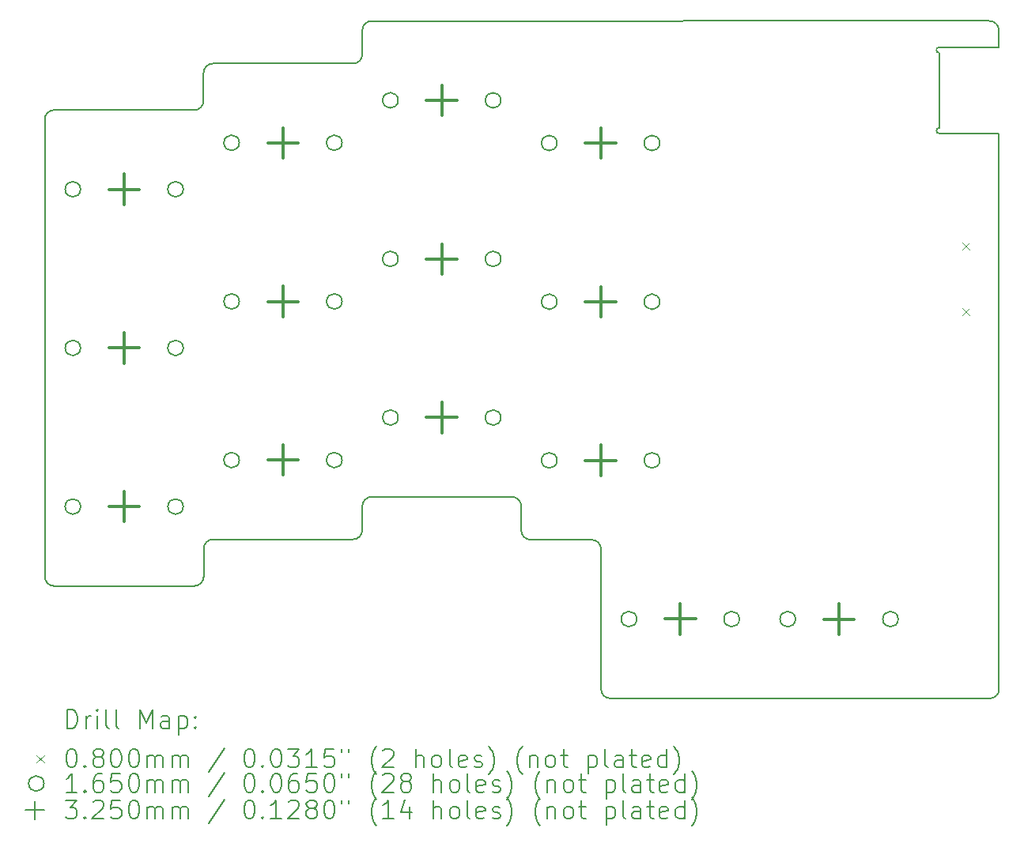
<source format=gbr>
%TF.GenerationSoftware,KiCad,Pcbnew,7.0.2*%
%TF.CreationDate,2024-03-04T12:18:35-06:00*%
%TF.ProjectId,01_capsule5_left,30315f63-6170-4737-956c-65355f6c6566,v1.0.0*%
%TF.SameCoordinates,Original*%
%TF.FileFunction,Drillmap*%
%TF.FilePolarity,Positive*%
%FSLAX45Y45*%
G04 Gerber Fmt 4.5, Leading zero omitted, Abs format (unit mm)*
G04 Created by KiCad (PCBNEW 7.0.2) date 2024-03-04 12:18:35*
%MOMM*%
%LPD*%
G01*
G04 APERTURE LIST*
%ADD10C,0.150000*%
%ADD11C,0.200000*%
%ADD12C,0.080000*%
%ADD13C,0.165000*%
%ADD14C,0.325000*%
G04 APERTURE END LIST*
D10*
X19738237Y-4470846D02*
G75*
G03*
X19637846Y-4571258I33J-100425D01*
G01*
X18040020Y-10025638D02*
G75*
G03*
X17939628Y-10126054I31J-100422D01*
G01*
X17839270Y-10524102D02*
G75*
G03*
X17939662Y-10423686I-30J100422D01*
G01*
X16238190Y-10423884D02*
X16237584Y-5525271D01*
X22193992Y-10129520D02*
G75*
G03*
X22093584Y-10029128I-100412J-20D01*
G01*
X21339989Y-9670123D02*
G75*
G03*
X21239573Y-9569731I-100419J-27D01*
G01*
X22194120Y-11629167D02*
X22194000Y-10129520D01*
X22093584Y-10029128D02*
X21440215Y-10028718D01*
X17938700Y-5324729D02*
X17938464Y-5026558D01*
X19537549Y-4927341D02*
G75*
G03*
X19637941Y-4826924I-29J100421D01*
G01*
X17838308Y-5425140D02*
G75*
G03*
X17938700Y-5324729I-28J100420D01*
G01*
X19538366Y-10025386D02*
X18040020Y-10025638D01*
X25815000Y-4812500D02*
X25815000Y-5616500D01*
X26356026Y-11730708D02*
G75*
G03*
X26456418Y-11630287I-26J100418D01*
G01*
X17939662Y-10423686D02*
X17939628Y-10126054D01*
X22194121Y-11629167D02*
G75*
G03*
X22294535Y-11729559I100429J37D01*
G01*
X18038855Y-4926144D02*
G75*
G03*
X17938464Y-5026558I25J-100417D01*
G01*
X26453410Y-4570392D02*
G75*
G03*
X26353000Y-4470000I-100420J-28D01*
G01*
X19537549Y-4927339D02*
X18038855Y-4926142D01*
X19638758Y-9924971D02*
X19638562Y-9670308D01*
X19738865Y-9569403D02*
G75*
G03*
X19638473Y-9669825I35J-100427D01*
G01*
X19738237Y-4470843D02*
X26353000Y-4470000D01*
X17839270Y-10524102D02*
X16338605Y-10524276D01*
X26456418Y-11630287D02*
X26455000Y-5676500D01*
X16337976Y-5424854D02*
G75*
G03*
X16237584Y-5525271I34J-100426D01*
G01*
X26455000Y-4752500D02*
X25815000Y-4752500D01*
X25815000Y-4752500D02*
G75*
G03*
X25815000Y-4812500I0J-30000D01*
G01*
X16238194Y-10423884D02*
G75*
G03*
X16338605Y-10524276I100416J24D01*
G01*
X21239573Y-9569731D02*
X19738865Y-9569410D01*
X21339802Y-9928327D02*
G75*
G03*
X21440215Y-10028718I100428J37D01*
G01*
X26453415Y-4570392D02*
X26455000Y-4752500D01*
X19637941Y-4826924D02*
X19637846Y-4571258D01*
X16337976Y-5424856D02*
X17838308Y-5425144D01*
X26356026Y-11730702D02*
X22294535Y-11729559D01*
X19538366Y-10025388D02*
G75*
G03*
X19638758Y-9924971I-36J100428D01*
G01*
X21339800Y-9928327D02*
X21339989Y-9670123D01*
X25815000Y-5676500D02*
X26455000Y-5676500D01*
X25815000Y-5616500D02*
G75*
G03*
X25815000Y-5676500I0J-30000D01*
G01*
D11*
D12*
X26060000Y-6845000D02*
X26140000Y-6925000D01*
X26140000Y-6845000D02*
X26060000Y-6925000D01*
X26060000Y-7545000D02*
X26140000Y-7625000D01*
X26140000Y-7545000D02*
X26060000Y-7625000D01*
D13*
X16621169Y-6274028D02*
G75*
G03*
X16621169Y-6274028I-82500J0D01*
G01*
X16621169Y-7974028D02*
G75*
G03*
X16621169Y-7974028I-82500J0D01*
G01*
X16621169Y-9674028D02*
G75*
G03*
X16621169Y-9674028I-82500J0D01*
G01*
X17721169Y-6274028D02*
G75*
G03*
X17721169Y-6274028I-82500J0D01*
G01*
X17721169Y-7974028D02*
G75*
G03*
X17721169Y-7974028I-82500J0D01*
G01*
X17721169Y-9674028D02*
G75*
G03*
X17721169Y-9674028I-82500J0D01*
G01*
X18321193Y-7475916D02*
G75*
G03*
X18321193Y-7475916I-82500J0D01*
G01*
X18321193Y-5775916D02*
G75*
G03*
X18321193Y-5775916I-82500J0D01*
G01*
X18321193Y-9175916D02*
G75*
G03*
X18321193Y-9175916I-82500J0D01*
G01*
X19421193Y-7475916D02*
G75*
G03*
X19421193Y-7475916I-82500J0D01*
G01*
X19421193Y-5775916D02*
G75*
G03*
X19421193Y-5775916I-82500J0D01*
G01*
X19421193Y-9175916D02*
G75*
G03*
X19421193Y-9175916I-82500J0D01*
G01*
X20021222Y-5320395D02*
G75*
G03*
X20021222Y-5320395I-82500J0D01*
G01*
X20021223Y-7020395D02*
G75*
G03*
X20021223Y-7020395I-82500J0D01*
G01*
X20021223Y-8720395D02*
G75*
G03*
X20021223Y-8720395I-82500J0D01*
G01*
X21121222Y-5320395D02*
G75*
G03*
X21121222Y-5320395I-82500J0D01*
G01*
X21121223Y-7020395D02*
G75*
G03*
X21121223Y-7020395I-82500J0D01*
G01*
X21121223Y-8720395D02*
G75*
G03*
X21121223Y-8720395I-82500J0D01*
G01*
X21722478Y-7478782D02*
G75*
G03*
X21722478Y-7478782I-82500J0D01*
G01*
X21722478Y-9178782D02*
G75*
G03*
X21722478Y-9178782I-82500J0D01*
G01*
X21722478Y-5778782D02*
G75*
G03*
X21722478Y-5778782I-82500J0D01*
G01*
X22576057Y-10879416D02*
G75*
G03*
X22576057Y-10879416I-82500J0D01*
G01*
X22822478Y-7478782D02*
G75*
G03*
X22822478Y-7478782I-82500J0D01*
G01*
X22822478Y-9178782D02*
G75*
G03*
X22822478Y-9178782I-82500J0D01*
G01*
X22822478Y-5778782D02*
G75*
G03*
X22822478Y-5778782I-82500J0D01*
G01*
X23676057Y-10879416D02*
G75*
G03*
X23676057Y-10879416I-82500J0D01*
G01*
X24276081Y-10880266D02*
G75*
G03*
X24276081Y-10880266I-82500J0D01*
G01*
X25376081Y-10880266D02*
G75*
G03*
X25376081Y-10880266I-82500J0D01*
G01*
D14*
X17088669Y-6111528D02*
X17088669Y-6436528D01*
X16926169Y-6274028D02*
X17251169Y-6274028D01*
X17088669Y-7811528D02*
X17088669Y-8136528D01*
X16926169Y-7974028D02*
X17251169Y-7974028D01*
X17088669Y-9511528D02*
X17088669Y-9836528D01*
X16926169Y-9674028D02*
X17251169Y-9674028D01*
X18788693Y-7313416D02*
X18788693Y-7638416D01*
X18626193Y-7475916D02*
X18951193Y-7475916D01*
X18788693Y-5613416D02*
X18788693Y-5938416D01*
X18626193Y-5775916D02*
X18951193Y-5775916D01*
X18788693Y-9013416D02*
X18788693Y-9338416D01*
X18626193Y-9175916D02*
X18951193Y-9175916D01*
X20488722Y-5157895D02*
X20488722Y-5482895D01*
X20326222Y-5320395D02*
X20651222Y-5320395D01*
X20488723Y-6857895D02*
X20488723Y-7182895D01*
X20326223Y-7020395D02*
X20651223Y-7020395D01*
X20488723Y-8557895D02*
X20488723Y-8882895D01*
X20326223Y-8720395D02*
X20651223Y-8720395D01*
X22189978Y-7316282D02*
X22189978Y-7641282D01*
X22027478Y-7478782D02*
X22352478Y-7478782D01*
X22189978Y-9016282D02*
X22189978Y-9341282D01*
X22027478Y-9178782D02*
X22352478Y-9178782D01*
X22189978Y-5616282D02*
X22189978Y-5941282D01*
X22027478Y-5778782D02*
X22352478Y-5778782D01*
X23043557Y-10716916D02*
X23043557Y-11041916D01*
X22881057Y-10879416D02*
X23206057Y-10879416D01*
X24743581Y-10717766D02*
X24743581Y-11042766D01*
X24581081Y-10880266D02*
X24906081Y-10880266D01*
D11*
X16477703Y-12050726D02*
X16477703Y-11850726D01*
X16477703Y-11850726D02*
X16525322Y-11850726D01*
X16525322Y-11850726D02*
X16553893Y-11860250D01*
X16553893Y-11860250D02*
X16572941Y-11879298D01*
X16572941Y-11879298D02*
X16582465Y-11898345D01*
X16582465Y-11898345D02*
X16591989Y-11936440D01*
X16591989Y-11936440D02*
X16591989Y-11965012D01*
X16591989Y-11965012D02*
X16582465Y-12003107D01*
X16582465Y-12003107D02*
X16572941Y-12022155D01*
X16572941Y-12022155D02*
X16553893Y-12041202D01*
X16553893Y-12041202D02*
X16525322Y-12050726D01*
X16525322Y-12050726D02*
X16477703Y-12050726D01*
X16677703Y-12050726D02*
X16677703Y-11917393D01*
X16677703Y-11955488D02*
X16687227Y-11936440D01*
X16687227Y-11936440D02*
X16696750Y-11926917D01*
X16696750Y-11926917D02*
X16715798Y-11917393D01*
X16715798Y-11917393D02*
X16734846Y-11917393D01*
X16801512Y-12050726D02*
X16801512Y-11917393D01*
X16801512Y-11850726D02*
X16791989Y-11860250D01*
X16791989Y-11860250D02*
X16801512Y-11869774D01*
X16801512Y-11869774D02*
X16811036Y-11860250D01*
X16811036Y-11860250D02*
X16801512Y-11850726D01*
X16801512Y-11850726D02*
X16801512Y-11869774D01*
X16925322Y-12050726D02*
X16906274Y-12041202D01*
X16906274Y-12041202D02*
X16896751Y-12022155D01*
X16896751Y-12022155D02*
X16896751Y-11850726D01*
X17030084Y-12050726D02*
X17011036Y-12041202D01*
X17011036Y-12041202D02*
X17001512Y-12022155D01*
X17001512Y-12022155D02*
X17001512Y-11850726D01*
X17258655Y-12050726D02*
X17258655Y-11850726D01*
X17258655Y-11850726D02*
X17325322Y-11993583D01*
X17325322Y-11993583D02*
X17391989Y-11850726D01*
X17391989Y-11850726D02*
X17391989Y-12050726D01*
X17572941Y-12050726D02*
X17572941Y-11945964D01*
X17572941Y-11945964D02*
X17563417Y-11926917D01*
X17563417Y-11926917D02*
X17544370Y-11917393D01*
X17544370Y-11917393D02*
X17506274Y-11917393D01*
X17506274Y-11917393D02*
X17487227Y-11926917D01*
X17572941Y-12041202D02*
X17553893Y-12050726D01*
X17553893Y-12050726D02*
X17506274Y-12050726D01*
X17506274Y-12050726D02*
X17487227Y-12041202D01*
X17487227Y-12041202D02*
X17477703Y-12022155D01*
X17477703Y-12022155D02*
X17477703Y-12003107D01*
X17477703Y-12003107D02*
X17487227Y-11984060D01*
X17487227Y-11984060D02*
X17506274Y-11974536D01*
X17506274Y-11974536D02*
X17553893Y-11974536D01*
X17553893Y-11974536D02*
X17572941Y-11965012D01*
X17668179Y-11917393D02*
X17668179Y-12117393D01*
X17668179Y-11926917D02*
X17687227Y-11917393D01*
X17687227Y-11917393D02*
X17725322Y-11917393D01*
X17725322Y-11917393D02*
X17744370Y-11926917D01*
X17744370Y-11926917D02*
X17753893Y-11936440D01*
X17753893Y-11936440D02*
X17763417Y-11955488D01*
X17763417Y-11955488D02*
X17763417Y-12012631D01*
X17763417Y-12012631D02*
X17753893Y-12031679D01*
X17753893Y-12031679D02*
X17744370Y-12041202D01*
X17744370Y-12041202D02*
X17725322Y-12050726D01*
X17725322Y-12050726D02*
X17687227Y-12050726D01*
X17687227Y-12050726D02*
X17668179Y-12041202D01*
X17849132Y-12031679D02*
X17858655Y-12041202D01*
X17858655Y-12041202D02*
X17849132Y-12050726D01*
X17849132Y-12050726D02*
X17839608Y-12041202D01*
X17839608Y-12041202D02*
X17849132Y-12031679D01*
X17849132Y-12031679D02*
X17849132Y-12050726D01*
X17849132Y-11926917D02*
X17858655Y-11936440D01*
X17858655Y-11936440D02*
X17849132Y-11945964D01*
X17849132Y-11945964D02*
X17839608Y-11936440D01*
X17839608Y-11936440D02*
X17849132Y-11926917D01*
X17849132Y-11926917D02*
X17849132Y-11945964D01*
D12*
X16150084Y-12338202D02*
X16230084Y-12418202D01*
X16230084Y-12338202D02*
X16150084Y-12418202D01*
D11*
X16515798Y-12270726D02*
X16534846Y-12270726D01*
X16534846Y-12270726D02*
X16553893Y-12280250D01*
X16553893Y-12280250D02*
X16563417Y-12289774D01*
X16563417Y-12289774D02*
X16572941Y-12308821D01*
X16572941Y-12308821D02*
X16582465Y-12346917D01*
X16582465Y-12346917D02*
X16582465Y-12394536D01*
X16582465Y-12394536D02*
X16572941Y-12432631D01*
X16572941Y-12432631D02*
X16563417Y-12451679D01*
X16563417Y-12451679D02*
X16553893Y-12461202D01*
X16553893Y-12461202D02*
X16534846Y-12470726D01*
X16534846Y-12470726D02*
X16515798Y-12470726D01*
X16515798Y-12470726D02*
X16496750Y-12461202D01*
X16496750Y-12461202D02*
X16487227Y-12451679D01*
X16487227Y-12451679D02*
X16477703Y-12432631D01*
X16477703Y-12432631D02*
X16468179Y-12394536D01*
X16468179Y-12394536D02*
X16468179Y-12346917D01*
X16468179Y-12346917D02*
X16477703Y-12308821D01*
X16477703Y-12308821D02*
X16487227Y-12289774D01*
X16487227Y-12289774D02*
X16496750Y-12280250D01*
X16496750Y-12280250D02*
X16515798Y-12270726D01*
X16668179Y-12451679D02*
X16677703Y-12461202D01*
X16677703Y-12461202D02*
X16668179Y-12470726D01*
X16668179Y-12470726D02*
X16658655Y-12461202D01*
X16658655Y-12461202D02*
X16668179Y-12451679D01*
X16668179Y-12451679D02*
X16668179Y-12470726D01*
X16791989Y-12356440D02*
X16772941Y-12346917D01*
X16772941Y-12346917D02*
X16763417Y-12337393D01*
X16763417Y-12337393D02*
X16753893Y-12318345D01*
X16753893Y-12318345D02*
X16753893Y-12308821D01*
X16753893Y-12308821D02*
X16763417Y-12289774D01*
X16763417Y-12289774D02*
X16772941Y-12280250D01*
X16772941Y-12280250D02*
X16791989Y-12270726D01*
X16791989Y-12270726D02*
X16830084Y-12270726D01*
X16830084Y-12270726D02*
X16849132Y-12280250D01*
X16849132Y-12280250D02*
X16858655Y-12289774D01*
X16858655Y-12289774D02*
X16868179Y-12308821D01*
X16868179Y-12308821D02*
X16868179Y-12318345D01*
X16868179Y-12318345D02*
X16858655Y-12337393D01*
X16858655Y-12337393D02*
X16849132Y-12346917D01*
X16849132Y-12346917D02*
X16830084Y-12356440D01*
X16830084Y-12356440D02*
X16791989Y-12356440D01*
X16791989Y-12356440D02*
X16772941Y-12365964D01*
X16772941Y-12365964D02*
X16763417Y-12375488D01*
X16763417Y-12375488D02*
X16753893Y-12394536D01*
X16753893Y-12394536D02*
X16753893Y-12432631D01*
X16753893Y-12432631D02*
X16763417Y-12451679D01*
X16763417Y-12451679D02*
X16772941Y-12461202D01*
X16772941Y-12461202D02*
X16791989Y-12470726D01*
X16791989Y-12470726D02*
X16830084Y-12470726D01*
X16830084Y-12470726D02*
X16849132Y-12461202D01*
X16849132Y-12461202D02*
X16858655Y-12451679D01*
X16858655Y-12451679D02*
X16868179Y-12432631D01*
X16868179Y-12432631D02*
X16868179Y-12394536D01*
X16868179Y-12394536D02*
X16858655Y-12375488D01*
X16858655Y-12375488D02*
X16849132Y-12365964D01*
X16849132Y-12365964D02*
X16830084Y-12356440D01*
X16991989Y-12270726D02*
X17011036Y-12270726D01*
X17011036Y-12270726D02*
X17030084Y-12280250D01*
X17030084Y-12280250D02*
X17039608Y-12289774D01*
X17039608Y-12289774D02*
X17049132Y-12308821D01*
X17049132Y-12308821D02*
X17058655Y-12346917D01*
X17058655Y-12346917D02*
X17058655Y-12394536D01*
X17058655Y-12394536D02*
X17049132Y-12432631D01*
X17049132Y-12432631D02*
X17039608Y-12451679D01*
X17039608Y-12451679D02*
X17030084Y-12461202D01*
X17030084Y-12461202D02*
X17011036Y-12470726D01*
X17011036Y-12470726D02*
X16991989Y-12470726D01*
X16991989Y-12470726D02*
X16972941Y-12461202D01*
X16972941Y-12461202D02*
X16963417Y-12451679D01*
X16963417Y-12451679D02*
X16953893Y-12432631D01*
X16953893Y-12432631D02*
X16944370Y-12394536D01*
X16944370Y-12394536D02*
X16944370Y-12346917D01*
X16944370Y-12346917D02*
X16953893Y-12308821D01*
X16953893Y-12308821D02*
X16963417Y-12289774D01*
X16963417Y-12289774D02*
X16972941Y-12280250D01*
X16972941Y-12280250D02*
X16991989Y-12270726D01*
X17182465Y-12270726D02*
X17201513Y-12270726D01*
X17201513Y-12270726D02*
X17220560Y-12280250D01*
X17220560Y-12280250D02*
X17230084Y-12289774D01*
X17230084Y-12289774D02*
X17239608Y-12308821D01*
X17239608Y-12308821D02*
X17249132Y-12346917D01*
X17249132Y-12346917D02*
X17249132Y-12394536D01*
X17249132Y-12394536D02*
X17239608Y-12432631D01*
X17239608Y-12432631D02*
X17230084Y-12451679D01*
X17230084Y-12451679D02*
X17220560Y-12461202D01*
X17220560Y-12461202D02*
X17201513Y-12470726D01*
X17201513Y-12470726D02*
X17182465Y-12470726D01*
X17182465Y-12470726D02*
X17163417Y-12461202D01*
X17163417Y-12461202D02*
X17153893Y-12451679D01*
X17153893Y-12451679D02*
X17144370Y-12432631D01*
X17144370Y-12432631D02*
X17134846Y-12394536D01*
X17134846Y-12394536D02*
X17134846Y-12346917D01*
X17134846Y-12346917D02*
X17144370Y-12308821D01*
X17144370Y-12308821D02*
X17153893Y-12289774D01*
X17153893Y-12289774D02*
X17163417Y-12280250D01*
X17163417Y-12280250D02*
X17182465Y-12270726D01*
X17334846Y-12470726D02*
X17334846Y-12337393D01*
X17334846Y-12356440D02*
X17344370Y-12346917D01*
X17344370Y-12346917D02*
X17363417Y-12337393D01*
X17363417Y-12337393D02*
X17391989Y-12337393D01*
X17391989Y-12337393D02*
X17411036Y-12346917D01*
X17411036Y-12346917D02*
X17420560Y-12365964D01*
X17420560Y-12365964D02*
X17420560Y-12470726D01*
X17420560Y-12365964D02*
X17430084Y-12346917D01*
X17430084Y-12346917D02*
X17449132Y-12337393D01*
X17449132Y-12337393D02*
X17477703Y-12337393D01*
X17477703Y-12337393D02*
X17496751Y-12346917D01*
X17496751Y-12346917D02*
X17506274Y-12365964D01*
X17506274Y-12365964D02*
X17506274Y-12470726D01*
X17601513Y-12470726D02*
X17601513Y-12337393D01*
X17601513Y-12356440D02*
X17611036Y-12346917D01*
X17611036Y-12346917D02*
X17630084Y-12337393D01*
X17630084Y-12337393D02*
X17658655Y-12337393D01*
X17658655Y-12337393D02*
X17677703Y-12346917D01*
X17677703Y-12346917D02*
X17687227Y-12365964D01*
X17687227Y-12365964D02*
X17687227Y-12470726D01*
X17687227Y-12365964D02*
X17696751Y-12346917D01*
X17696751Y-12346917D02*
X17715798Y-12337393D01*
X17715798Y-12337393D02*
X17744370Y-12337393D01*
X17744370Y-12337393D02*
X17763417Y-12346917D01*
X17763417Y-12346917D02*
X17772941Y-12365964D01*
X17772941Y-12365964D02*
X17772941Y-12470726D01*
X18163417Y-12261202D02*
X17991989Y-12518345D01*
X18420560Y-12270726D02*
X18439608Y-12270726D01*
X18439608Y-12270726D02*
X18458656Y-12280250D01*
X18458656Y-12280250D02*
X18468179Y-12289774D01*
X18468179Y-12289774D02*
X18477703Y-12308821D01*
X18477703Y-12308821D02*
X18487227Y-12346917D01*
X18487227Y-12346917D02*
X18487227Y-12394536D01*
X18487227Y-12394536D02*
X18477703Y-12432631D01*
X18477703Y-12432631D02*
X18468179Y-12451679D01*
X18468179Y-12451679D02*
X18458656Y-12461202D01*
X18458656Y-12461202D02*
X18439608Y-12470726D01*
X18439608Y-12470726D02*
X18420560Y-12470726D01*
X18420560Y-12470726D02*
X18401513Y-12461202D01*
X18401513Y-12461202D02*
X18391989Y-12451679D01*
X18391989Y-12451679D02*
X18382465Y-12432631D01*
X18382465Y-12432631D02*
X18372941Y-12394536D01*
X18372941Y-12394536D02*
X18372941Y-12346917D01*
X18372941Y-12346917D02*
X18382465Y-12308821D01*
X18382465Y-12308821D02*
X18391989Y-12289774D01*
X18391989Y-12289774D02*
X18401513Y-12280250D01*
X18401513Y-12280250D02*
X18420560Y-12270726D01*
X18572941Y-12451679D02*
X18582465Y-12461202D01*
X18582465Y-12461202D02*
X18572941Y-12470726D01*
X18572941Y-12470726D02*
X18563417Y-12461202D01*
X18563417Y-12461202D02*
X18572941Y-12451679D01*
X18572941Y-12451679D02*
X18572941Y-12470726D01*
X18706275Y-12270726D02*
X18725322Y-12270726D01*
X18725322Y-12270726D02*
X18744370Y-12280250D01*
X18744370Y-12280250D02*
X18753894Y-12289774D01*
X18753894Y-12289774D02*
X18763417Y-12308821D01*
X18763417Y-12308821D02*
X18772941Y-12346917D01*
X18772941Y-12346917D02*
X18772941Y-12394536D01*
X18772941Y-12394536D02*
X18763417Y-12432631D01*
X18763417Y-12432631D02*
X18753894Y-12451679D01*
X18753894Y-12451679D02*
X18744370Y-12461202D01*
X18744370Y-12461202D02*
X18725322Y-12470726D01*
X18725322Y-12470726D02*
X18706275Y-12470726D01*
X18706275Y-12470726D02*
X18687227Y-12461202D01*
X18687227Y-12461202D02*
X18677703Y-12451679D01*
X18677703Y-12451679D02*
X18668179Y-12432631D01*
X18668179Y-12432631D02*
X18658656Y-12394536D01*
X18658656Y-12394536D02*
X18658656Y-12346917D01*
X18658656Y-12346917D02*
X18668179Y-12308821D01*
X18668179Y-12308821D02*
X18677703Y-12289774D01*
X18677703Y-12289774D02*
X18687227Y-12280250D01*
X18687227Y-12280250D02*
X18706275Y-12270726D01*
X18839608Y-12270726D02*
X18963417Y-12270726D01*
X18963417Y-12270726D02*
X18896751Y-12346917D01*
X18896751Y-12346917D02*
X18925322Y-12346917D01*
X18925322Y-12346917D02*
X18944370Y-12356440D01*
X18944370Y-12356440D02*
X18953894Y-12365964D01*
X18953894Y-12365964D02*
X18963417Y-12385012D01*
X18963417Y-12385012D02*
X18963417Y-12432631D01*
X18963417Y-12432631D02*
X18953894Y-12451679D01*
X18953894Y-12451679D02*
X18944370Y-12461202D01*
X18944370Y-12461202D02*
X18925322Y-12470726D01*
X18925322Y-12470726D02*
X18868179Y-12470726D01*
X18868179Y-12470726D02*
X18849132Y-12461202D01*
X18849132Y-12461202D02*
X18839608Y-12451679D01*
X19153894Y-12470726D02*
X19039608Y-12470726D01*
X19096751Y-12470726D02*
X19096751Y-12270726D01*
X19096751Y-12270726D02*
X19077703Y-12299298D01*
X19077703Y-12299298D02*
X19058656Y-12318345D01*
X19058656Y-12318345D02*
X19039608Y-12327869D01*
X19334846Y-12270726D02*
X19239608Y-12270726D01*
X19239608Y-12270726D02*
X19230084Y-12365964D01*
X19230084Y-12365964D02*
X19239608Y-12356440D01*
X19239608Y-12356440D02*
X19258656Y-12346917D01*
X19258656Y-12346917D02*
X19306275Y-12346917D01*
X19306275Y-12346917D02*
X19325322Y-12356440D01*
X19325322Y-12356440D02*
X19334846Y-12365964D01*
X19334846Y-12365964D02*
X19344370Y-12385012D01*
X19344370Y-12385012D02*
X19344370Y-12432631D01*
X19344370Y-12432631D02*
X19334846Y-12451679D01*
X19334846Y-12451679D02*
X19325322Y-12461202D01*
X19325322Y-12461202D02*
X19306275Y-12470726D01*
X19306275Y-12470726D02*
X19258656Y-12470726D01*
X19258656Y-12470726D02*
X19239608Y-12461202D01*
X19239608Y-12461202D02*
X19230084Y-12451679D01*
X19420560Y-12270726D02*
X19420560Y-12308821D01*
X19496751Y-12270726D02*
X19496751Y-12308821D01*
X19791989Y-12546917D02*
X19782465Y-12537393D01*
X19782465Y-12537393D02*
X19763418Y-12508821D01*
X19763418Y-12508821D02*
X19753894Y-12489774D01*
X19753894Y-12489774D02*
X19744370Y-12461202D01*
X19744370Y-12461202D02*
X19734846Y-12413583D01*
X19734846Y-12413583D02*
X19734846Y-12375488D01*
X19734846Y-12375488D02*
X19744370Y-12327869D01*
X19744370Y-12327869D02*
X19753894Y-12299298D01*
X19753894Y-12299298D02*
X19763418Y-12280250D01*
X19763418Y-12280250D02*
X19782465Y-12251679D01*
X19782465Y-12251679D02*
X19791989Y-12242155D01*
X19858656Y-12289774D02*
X19868179Y-12280250D01*
X19868179Y-12280250D02*
X19887227Y-12270726D01*
X19887227Y-12270726D02*
X19934846Y-12270726D01*
X19934846Y-12270726D02*
X19953894Y-12280250D01*
X19953894Y-12280250D02*
X19963418Y-12289774D01*
X19963418Y-12289774D02*
X19972941Y-12308821D01*
X19972941Y-12308821D02*
X19972941Y-12327869D01*
X19972941Y-12327869D02*
X19963418Y-12356440D01*
X19963418Y-12356440D02*
X19849132Y-12470726D01*
X19849132Y-12470726D02*
X19972941Y-12470726D01*
X20211037Y-12470726D02*
X20211037Y-12270726D01*
X20296751Y-12470726D02*
X20296751Y-12365964D01*
X20296751Y-12365964D02*
X20287227Y-12346917D01*
X20287227Y-12346917D02*
X20268180Y-12337393D01*
X20268180Y-12337393D02*
X20239608Y-12337393D01*
X20239608Y-12337393D02*
X20220560Y-12346917D01*
X20220560Y-12346917D02*
X20211037Y-12356440D01*
X20420560Y-12470726D02*
X20401513Y-12461202D01*
X20401513Y-12461202D02*
X20391989Y-12451679D01*
X20391989Y-12451679D02*
X20382465Y-12432631D01*
X20382465Y-12432631D02*
X20382465Y-12375488D01*
X20382465Y-12375488D02*
X20391989Y-12356440D01*
X20391989Y-12356440D02*
X20401513Y-12346917D01*
X20401513Y-12346917D02*
X20420560Y-12337393D01*
X20420560Y-12337393D02*
X20449132Y-12337393D01*
X20449132Y-12337393D02*
X20468180Y-12346917D01*
X20468180Y-12346917D02*
X20477703Y-12356440D01*
X20477703Y-12356440D02*
X20487227Y-12375488D01*
X20487227Y-12375488D02*
X20487227Y-12432631D01*
X20487227Y-12432631D02*
X20477703Y-12451679D01*
X20477703Y-12451679D02*
X20468180Y-12461202D01*
X20468180Y-12461202D02*
X20449132Y-12470726D01*
X20449132Y-12470726D02*
X20420560Y-12470726D01*
X20601513Y-12470726D02*
X20582465Y-12461202D01*
X20582465Y-12461202D02*
X20572941Y-12442155D01*
X20572941Y-12442155D02*
X20572941Y-12270726D01*
X20753894Y-12461202D02*
X20734846Y-12470726D01*
X20734846Y-12470726D02*
X20696751Y-12470726D01*
X20696751Y-12470726D02*
X20677703Y-12461202D01*
X20677703Y-12461202D02*
X20668180Y-12442155D01*
X20668180Y-12442155D02*
X20668180Y-12365964D01*
X20668180Y-12365964D02*
X20677703Y-12346917D01*
X20677703Y-12346917D02*
X20696751Y-12337393D01*
X20696751Y-12337393D02*
X20734846Y-12337393D01*
X20734846Y-12337393D02*
X20753894Y-12346917D01*
X20753894Y-12346917D02*
X20763418Y-12365964D01*
X20763418Y-12365964D02*
X20763418Y-12385012D01*
X20763418Y-12385012D02*
X20668180Y-12404060D01*
X20839608Y-12461202D02*
X20858656Y-12470726D01*
X20858656Y-12470726D02*
X20896751Y-12470726D01*
X20896751Y-12470726D02*
X20915799Y-12461202D01*
X20915799Y-12461202D02*
X20925322Y-12442155D01*
X20925322Y-12442155D02*
X20925322Y-12432631D01*
X20925322Y-12432631D02*
X20915799Y-12413583D01*
X20915799Y-12413583D02*
X20896751Y-12404060D01*
X20896751Y-12404060D02*
X20868180Y-12404060D01*
X20868180Y-12404060D02*
X20849132Y-12394536D01*
X20849132Y-12394536D02*
X20839608Y-12375488D01*
X20839608Y-12375488D02*
X20839608Y-12365964D01*
X20839608Y-12365964D02*
X20849132Y-12346917D01*
X20849132Y-12346917D02*
X20868180Y-12337393D01*
X20868180Y-12337393D02*
X20896751Y-12337393D01*
X20896751Y-12337393D02*
X20915799Y-12346917D01*
X20991989Y-12546917D02*
X21001513Y-12537393D01*
X21001513Y-12537393D02*
X21020561Y-12508821D01*
X21020561Y-12508821D02*
X21030084Y-12489774D01*
X21030084Y-12489774D02*
X21039608Y-12461202D01*
X21039608Y-12461202D02*
X21049132Y-12413583D01*
X21049132Y-12413583D02*
X21049132Y-12375488D01*
X21049132Y-12375488D02*
X21039608Y-12327869D01*
X21039608Y-12327869D02*
X21030084Y-12299298D01*
X21030084Y-12299298D02*
X21020561Y-12280250D01*
X21020561Y-12280250D02*
X21001513Y-12251679D01*
X21001513Y-12251679D02*
X20991989Y-12242155D01*
X21353894Y-12546917D02*
X21344370Y-12537393D01*
X21344370Y-12537393D02*
X21325322Y-12508821D01*
X21325322Y-12508821D02*
X21315799Y-12489774D01*
X21315799Y-12489774D02*
X21306275Y-12461202D01*
X21306275Y-12461202D02*
X21296751Y-12413583D01*
X21296751Y-12413583D02*
X21296751Y-12375488D01*
X21296751Y-12375488D02*
X21306275Y-12327869D01*
X21306275Y-12327869D02*
X21315799Y-12299298D01*
X21315799Y-12299298D02*
X21325322Y-12280250D01*
X21325322Y-12280250D02*
X21344370Y-12251679D01*
X21344370Y-12251679D02*
X21353894Y-12242155D01*
X21430084Y-12337393D02*
X21430084Y-12470726D01*
X21430084Y-12356440D02*
X21439608Y-12346917D01*
X21439608Y-12346917D02*
X21458656Y-12337393D01*
X21458656Y-12337393D02*
X21487227Y-12337393D01*
X21487227Y-12337393D02*
X21506275Y-12346917D01*
X21506275Y-12346917D02*
X21515799Y-12365964D01*
X21515799Y-12365964D02*
X21515799Y-12470726D01*
X21639608Y-12470726D02*
X21620561Y-12461202D01*
X21620561Y-12461202D02*
X21611037Y-12451679D01*
X21611037Y-12451679D02*
X21601513Y-12432631D01*
X21601513Y-12432631D02*
X21601513Y-12375488D01*
X21601513Y-12375488D02*
X21611037Y-12356440D01*
X21611037Y-12356440D02*
X21620561Y-12346917D01*
X21620561Y-12346917D02*
X21639608Y-12337393D01*
X21639608Y-12337393D02*
X21668180Y-12337393D01*
X21668180Y-12337393D02*
X21687227Y-12346917D01*
X21687227Y-12346917D02*
X21696751Y-12356440D01*
X21696751Y-12356440D02*
X21706275Y-12375488D01*
X21706275Y-12375488D02*
X21706275Y-12432631D01*
X21706275Y-12432631D02*
X21696751Y-12451679D01*
X21696751Y-12451679D02*
X21687227Y-12461202D01*
X21687227Y-12461202D02*
X21668180Y-12470726D01*
X21668180Y-12470726D02*
X21639608Y-12470726D01*
X21763418Y-12337393D02*
X21839608Y-12337393D01*
X21791989Y-12270726D02*
X21791989Y-12442155D01*
X21791989Y-12442155D02*
X21801513Y-12461202D01*
X21801513Y-12461202D02*
X21820561Y-12470726D01*
X21820561Y-12470726D02*
X21839608Y-12470726D01*
X22058656Y-12337393D02*
X22058656Y-12537393D01*
X22058656Y-12346917D02*
X22077703Y-12337393D01*
X22077703Y-12337393D02*
X22115799Y-12337393D01*
X22115799Y-12337393D02*
X22134846Y-12346917D01*
X22134846Y-12346917D02*
X22144370Y-12356440D01*
X22144370Y-12356440D02*
X22153894Y-12375488D01*
X22153894Y-12375488D02*
X22153894Y-12432631D01*
X22153894Y-12432631D02*
X22144370Y-12451679D01*
X22144370Y-12451679D02*
X22134846Y-12461202D01*
X22134846Y-12461202D02*
X22115799Y-12470726D01*
X22115799Y-12470726D02*
X22077703Y-12470726D01*
X22077703Y-12470726D02*
X22058656Y-12461202D01*
X22268180Y-12470726D02*
X22249132Y-12461202D01*
X22249132Y-12461202D02*
X22239608Y-12442155D01*
X22239608Y-12442155D02*
X22239608Y-12270726D01*
X22430084Y-12470726D02*
X22430084Y-12365964D01*
X22430084Y-12365964D02*
X22420561Y-12346917D01*
X22420561Y-12346917D02*
X22401513Y-12337393D01*
X22401513Y-12337393D02*
X22363418Y-12337393D01*
X22363418Y-12337393D02*
X22344370Y-12346917D01*
X22430084Y-12461202D02*
X22411037Y-12470726D01*
X22411037Y-12470726D02*
X22363418Y-12470726D01*
X22363418Y-12470726D02*
X22344370Y-12461202D01*
X22344370Y-12461202D02*
X22334846Y-12442155D01*
X22334846Y-12442155D02*
X22334846Y-12423107D01*
X22334846Y-12423107D02*
X22344370Y-12404060D01*
X22344370Y-12404060D02*
X22363418Y-12394536D01*
X22363418Y-12394536D02*
X22411037Y-12394536D01*
X22411037Y-12394536D02*
X22430084Y-12385012D01*
X22496751Y-12337393D02*
X22572941Y-12337393D01*
X22525322Y-12270726D02*
X22525322Y-12442155D01*
X22525322Y-12442155D02*
X22534846Y-12461202D01*
X22534846Y-12461202D02*
X22553894Y-12470726D01*
X22553894Y-12470726D02*
X22572941Y-12470726D01*
X22715799Y-12461202D02*
X22696751Y-12470726D01*
X22696751Y-12470726D02*
X22658656Y-12470726D01*
X22658656Y-12470726D02*
X22639608Y-12461202D01*
X22639608Y-12461202D02*
X22630084Y-12442155D01*
X22630084Y-12442155D02*
X22630084Y-12365964D01*
X22630084Y-12365964D02*
X22639608Y-12346917D01*
X22639608Y-12346917D02*
X22658656Y-12337393D01*
X22658656Y-12337393D02*
X22696751Y-12337393D01*
X22696751Y-12337393D02*
X22715799Y-12346917D01*
X22715799Y-12346917D02*
X22725322Y-12365964D01*
X22725322Y-12365964D02*
X22725322Y-12385012D01*
X22725322Y-12385012D02*
X22630084Y-12404060D01*
X22896751Y-12470726D02*
X22896751Y-12270726D01*
X22896751Y-12461202D02*
X22877703Y-12470726D01*
X22877703Y-12470726D02*
X22839608Y-12470726D01*
X22839608Y-12470726D02*
X22820561Y-12461202D01*
X22820561Y-12461202D02*
X22811037Y-12451679D01*
X22811037Y-12451679D02*
X22801513Y-12432631D01*
X22801513Y-12432631D02*
X22801513Y-12375488D01*
X22801513Y-12375488D02*
X22811037Y-12356440D01*
X22811037Y-12356440D02*
X22820561Y-12346917D01*
X22820561Y-12346917D02*
X22839608Y-12337393D01*
X22839608Y-12337393D02*
X22877703Y-12337393D01*
X22877703Y-12337393D02*
X22896751Y-12346917D01*
X22972942Y-12546917D02*
X22982465Y-12537393D01*
X22982465Y-12537393D02*
X23001513Y-12508821D01*
X23001513Y-12508821D02*
X23011037Y-12489774D01*
X23011037Y-12489774D02*
X23020561Y-12461202D01*
X23020561Y-12461202D02*
X23030084Y-12413583D01*
X23030084Y-12413583D02*
X23030084Y-12375488D01*
X23030084Y-12375488D02*
X23020561Y-12327869D01*
X23020561Y-12327869D02*
X23011037Y-12299298D01*
X23011037Y-12299298D02*
X23001513Y-12280250D01*
X23001513Y-12280250D02*
X22982465Y-12251679D01*
X22982465Y-12251679D02*
X22972942Y-12242155D01*
D13*
X16230084Y-12642202D02*
G75*
G03*
X16230084Y-12642202I-82500J0D01*
G01*
D11*
X16582465Y-12734726D02*
X16468179Y-12734726D01*
X16525322Y-12734726D02*
X16525322Y-12534726D01*
X16525322Y-12534726D02*
X16506274Y-12563298D01*
X16506274Y-12563298D02*
X16487227Y-12582345D01*
X16487227Y-12582345D02*
X16468179Y-12591869D01*
X16668179Y-12715679D02*
X16677703Y-12725202D01*
X16677703Y-12725202D02*
X16668179Y-12734726D01*
X16668179Y-12734726D02*
X16658655Y-12725202D01*
X16658655Y-12725202D02*
X16668179Y-12715679D01*
X16668179Y-12715679D02*
X16668179Y-12734726D01*
X16849132Y-12534726D02*
X16811036Y-12534726D01*
X16811036Y-12534726D02*
X16791989Y-12544250D01*
X16791989Y-12544250D02*
X16782465Y-12553774D01*
X16782465Y-12553774D02*
X16763417Y-12582345D01*
X16763417Y-12582345D02*
X16753893Y-12620440D01*
X16753893Y-12620440D02*
X16753893Y-12696631D01*
X16753893Y-12696631D02*
X16763417Y-12715679D01*
X16763417Y-12715679D02*
X16772941Y-12725202D01*
X16772941Y-12725202D02*
X16791989Y-12734726D01*
X16791989Y-12734726D02*
X16830084Y-12734726D01*
X16830084Y-12734726D02*
X16849132Y-12725202D01*
X16849132Y-12725202D02*
X16858655Y-12715679D01*
X16858655Y-12715679D02*
X16868179Y-12696631D01*
X16868179Y-12696631D02*
X16868179Y-12649012D01*
X16868179Y-12649012D02*
X16858655Y-12629964D01*
X16858655Y-12629964D02*
X16849132Y-12620440D01*
X16849132Y-12620440D02*
X16830084Y-12610917D01*
X16830084Y-12610917D02*
X16791989Y-12610917D01*
X16791989Y-12610917D02*
X16772941Y-12620440D01*
X16772941Y-12620440D02*
X16763417Y-12629964D01*
X16763417Y-12629964D02*
X16753893Y-12649012D01*
X17049132Y-12534726D02*
X16953893Y-12534726D01*
X16953893Y-12534726D02*
X16944370Y-12629964D01*
X16944370Y-12629964D02*
X16953893Y-12620440D01*
X16953893Y-12620440D02*
X16972941Y-12610917D01*
X16972941Y-12610917D02*
X17020560Y-12610917D01*
X17020560Y-12610917D02*
X17039608Y-12620440D01*
X17039608Y-12620440D02*
X17049132Y-12629964D01*
X17049132Y-12629964D02*
X17058655Y-12649012D01*
X17058655Y-12649012D02*
X17058655Y-12696631D01*
X17058655Y-12696631D02*
X17049132Y-12715679D01*
X17049132Y-12715679D02*
X17039608Y-12725202D01*
X17039608Y-12725202D02*
X17020560Y-12734726D01*
X17020560Y-12734726D02*
X16972941Y-12734726D01*
X16972941Y-12734726D02*
X16953893Y-12725202D01*
X16953893Y-12725202D02*
X16944370Y-12715679D01*
X17182465Y-12534726D02*
X17201513Y-12534726D01*
X17201513Y-12534726D02*
X17220560Y-12544250D01*
X17220560Y-12544250D02*
X17230084Y-12553774D01*
X17230084Y-12553774D02*
X17239608Y-12572821D01*
X17239608Y-12572821D02*
X17249132Y-12610917D01*
X17249132Y-12610917D02*
X17249132Y-12658536D01*
X17249132Y-12658536D02*
X17239608Y-12696631D01*
X17239608Y-12696631D02*
X17230084Y-12715679D01*
X17230084Y-12715679D02*
X17220560Y-12725202D01*
X17220560Y-12725202D02*
X17201513Y-12734726D01*
X17201513Y-12734726D02*
X17182465Y-12734726D01*
X17182465Y-12734726D02*
X17163417Y-12725202D01*
X17163417Y-12725202D02*
X17153893Y-12715679D01*
X17153893Y-12715679D02*
X17144370Y-12696631D01*
X17144370Y-12696631D02*
X17134846Y-12658536D01*
X17134846Y-12658536D02*
X17134846Y-12610917D01*
X17134846Y-12610917D02*
X17144370Y-12572821D01*
X17144370Y-12572821D02*
X17153893Y-12553774D01*
X17153893Y-12553774D02*
X17163417Y-12544250D01*
X17163417Y-12544250D02*
X17182465Y-12534726D01*
X17334846Y-12734726D02*
X17334846Y-12601393D01*
X17334846Y-12620440D02*
X17344370Y-12610917D01*
X17344370Y-12610917D02*
X17363417Y-12601393D01*
X17363417Y-12601393D02*
X17391989Y-12601393D01*
X17391989Y-12601393D02*
X17411036Y-12610917D01*
X17411036Y-12610917D02*
X17420560Y-12629964D01*
X17420560Y-12629964D02*
X17420560Y-12734726D01*
X17420560Y-12629964D02*
X17430084Y-12610917D01*
X17430084Y-12610917D02*
X17449132Y-12601393D01*
X17449132Y-12601393D02*
X17477703Y-12601393D01*
X17477703Y-12601393D02*
X17496751Y-12610917D01*
X17496751Y-12610917D02*
X17506274Y-12629964D01*
X17506274Y-12629964D02*
X17506274Y-12734726D01*
X17601513Y-12734726D02*
X17601513Y-12601393D01*
X17601513Y-12620440D02*
X17611036Y-12610917D01*
X17611036Y-12610917D02*
X17630084Y-12601393D01*
X17630084Y-12601393D02*
X17658655Y-12601393D01*
X17658655Y-12601393D02*
X17677703Y-12610917D01*
X17677703Y-12610917D02*
X17687227Y-12629964D01*
X17687227Y-12629964D02*
X17687227Y-12734726D01*
X17687227Y-12629964D02*
X17696751Y-12610917D01*
X17696751Y-12610917D02*
X17715798Y-12601393D01*
X17715798Y-12601393D02*
X17744370Y-12601393D01*
X17744370Y-12601393D02*
X17763417Y-12610917D01*
X17763417Y-12610917D02*
X17772941Y-12629964D01*
X17772941Y-12629964D02*
X17772941Y-12734726D01*
X18163417Y-12525202D02*
X17991989Y-12782345D01*
X18420560Y-12534726D02*
X18439608Y-12534726D01*
X18439608Y-12534726D02*
X18458656Y-12544250D01*
X18458656Y-12544250D02*
X18468179Y-12553774D01*
X18468179Y-12553774D02*
X18477703Y-12572821D01*
X18477703Y-12572821D02*
X18487227Y-12610917D01*
X18487227Y-12610917D02*
X18487227Y-12658536D01*
X18487227Y-12658536D02*
X18477703Y-12696631D01*
X18477703Y-12696631D02*
X18468179Y-12715679D01*
X18468179Y-12715679D02*
X18458656Y-12725202D01*
X18458656Y-12725202D02*
X18439608Y-12734726D01*
X18439608Y-12734726D02*
X18420560Y-12734726D01*
X18420560Y-12734726D02*
X18401513Y-12725202D01*
X18401513Y-12725202D02*
X18391989Y-12715679D01*
X18391989Y-12715679D02*
X18382465Y-12696631D01*
X18382465Y-12696631D02*
X18372941Y-12658536D01*
X18372941Y-12658536D02*
X18372941Y-12610917D01*
X18372941Y-12610917D02*
X18382465Y-12572821D01*
X18382465Y-12572821D02*
X18391989Y-12553774D01*
X18391989Y-12553774D02*
X18401513Y-12544250D01*
X18401513Y-12544250D02*
X18420560Y-12534726D01*
X18572941Y-12715679D02*
X18582465Y-12725202D01*
X18582465Y-12725202D02*
X18572941Y-12734726D01*
X18572941Y-12734726D02*
X18563417Y-12725202D01*
X18563417Y-12725202D02*
X18572941Y-12715679D01*
X18572941Y-12715679D02*
X18572941Y-12734726D01*
X18706275Y-12534726D02*
X18725322Y-12534726D01*
X18725322Y-12534726D02*
X18744370Y-12544250D01*
X18744370Y-12544250D02*
X18753894Y-12553774D01*
X18753894Y-12553774D02*
X18763417Y-12572821D01*
X18763417Y-12572821D02*
X18772941Y-12610917D01*
X18772941Y-12610917D02*
X18772941Y-12658536D01*
X18772941Y-12658536D02*
X18763417Y-12696631D01*
X18763417Y-12696631D02*
X18753894Y-12715679D01*
X18753894Y-12715679D02*
X18744370Y-12725202D01*
X18744370Y-12725202D02*
X18725322Y-12734726D01*
X18725322Y-12734726D02*
X18706275Y-12734726D01*
X18706275Y-12734726D02*
X18687227Y-12725202D01*
X18687227Y-12725202D02*
X18677703Y-12715679D01*
X18677703Y-12715679D02*
X18668179Y-12696631D01*
X18668179Y-12696631D02*
X18658656Y-12658536D01*
X18658656Y-12658536D02*
X18658656Y-12610917D01*
X18658656Y-12610917D02*
X18668179Y-12572821D01*
X18668179Y-12572821D02*
X18677703Y-12553774D01*
X18677703Y-12553774D02*
X18687227Y-12544250D01*
X18687227Y-12544250D02*
X18706275Y-12534726D01*
X18944370Y-12534726D02*
X18906275Y-12534726D01*
X18906275Y-12534726D02*
X18887227Y-12544250D01*
X18887227Y-12544250D02*
X18877703Y-12553774D01*
X18877703Y-12553774D02*
X18858656Y-12582345D01*
X18858656Y-12582345D02*
X18849132Y-12620440D01*
X18849132Y-12620440D02*
X18849132Y-12696631D01*
X18849132Y-12696631D02*
X18858656Y-12715679D01*
X18858656Y-12715679D02*
X18868179Y-12725202D01*
X18868179Y-12725202D02*
X18887227Y-12734726D01*
X18887227Y-12734726D02*
X18925322Y-12734726D01*
X18925322Y-12734726D02*
X18944370Y-12725202D01*
X18944370Y-12725202D02*
X18953894Y-12715679D01*
X18953894Y-12715679D02*
X18963417Y-12696631D01*
X18963417Y-12696631D02*
X18963417Y-12649012D01*
X18963417Y-12649012D02*
X18953894Y-12629964D01*
X18953894Y-12629964D02*
X18944370Y-12620440D01*
X18944370Y-12620440D02*
X18925322Y-12610917D01*
X18925322Y-12610917D02*
X18887227Y-12610917D01*
X18887227Y-12610917D02*
X18868179Y-12620440D01*
X18868179Y-12620440D02*
X18858656Y-12629964D01*
X18858656Y-12629964D02*
X18849132Y-12649012D01*
X19144370Y-12534726D02*
X19049132Y-12534726D01*
X19049132Y-12534726D02*
X19039608Y-12629964D01*
X19039608Y-12629964D02*
X19049132Y-12620440D01*
X19049132Y-12620440D02*
X19068179Y-12610917D01*
X19068179Y-12610917D02*
X19115798Y-12610917D01*
X19115798Y-12610917D02*
X19134846Y-12620440D01*
X19134846Y-12620440D02*
X19144370Y-12629964D01*
X19144370Y-12629964D02*
X19153894Y-12649012D01*
X19153894Y-12649012D02*
X19153894Y-12696631D01*
X19153894Y-12696631D02*
X19144370Y-12715679D01*
X19144370Y-12715679D02*
X19134846Y-12725202D01*
X19134846Y-12725202D02*
X19115798Y-12734726D01*
X19115798Y-12734726D02*
X19068179Y-12734726D01*
X19068179Y-12734726D02*
X19049132Y-12725202D01*
X19049132Y-12725202D02*
X19039608Y-12715679D01*
X19277703Y-12534726D02*
X19296751Y-12534726D01*
X19296751Y-12534726D02*
X19315798Y-12544250D01*
X19315798Y-12544250D02*
X19325322Y-12553774D01*
X19325322Y-12553774D02*
X19334846Y-12572821D01*
X19334846Y-12572821D02*
X19344370Y-12610917D01*
X19344370Y-12610917D02*
X19344370Y-12658536D01*
X19344370Y-12658536D02*
X19334846Y-12696631D01*
X19334846Y-12696631D02*
X19325322Y-12715679D01*
X19325322Y-12715679D02*
X19315798Y-12725202D01*
X19315798Y-12725202D02*
X19296751Y-12734726D01*
X19296751Y-12734726D02*
X19277703Y-12734726D01*
X19277703Y-12734726D02*
X19258656Y-12725202D01*
X19258656Y-12725202D02*
X19249132Y-12715679D01*
X19249132Y-12715679D02*
X19239608Y-12696631D01*
X19239608Y-12696631D02*
X19230084Y-12658536D01*
X19230084Y-12658536D02*
X19230084Y-12610917D01*
X19230084Y-12610917D02*
X19239608Y-12572821D01*
X19239608Y-12572821D02*
X19249132Y-12553774D01*
X19249132Y-12553774D02*
X19258656Y-12544250D01*
X19258656Y-12544250D02*
X19277703Y-12534726D01*
X19420560Y-12534726D02*
X19420560Y-12572821D01*
X19496751Y-12534726D02*
X19496751Y-12572821D01*
X19791989Y-12810917D02*
X19782465Y-12801393D01*
X19782465Y-12801393D02*
X19763418Y-12772821D01*
X19763418Y-12772821D02*
X19753894Y-12753774D01*
X19753894Y-12753774D02*
X19744370Y-12725202D01*
X19744370Y-12725202D02*
X19734846Y-12677583D01*
X19734846Y-12677583D02*
X19734846Y-12639488D01*
X19734846Y-12639488D02*
X19744370Y-12591869D01*
X19744370Y-12591869D02*
X19753894Y-12563298D01*
X19753894Y-12563298D02*
X19763418Y-12544250D01*
X19763418Y-12544250D02*
X19782465Y-12515679D01*
X19782465Y-12515679D02*
X19791989Y-12506155D01*
X19858656Y-12553774D02*
X19868179Y-12544250D01*
X19868179Y-12544250D02*
X19887227Y-12534726D01*
X19887227Y-12534726D02*
X19934846Y-12534726D01*
X19934846Y-12534726D02*
X19953894Y-12544250D01*
X19953894Y-12544250D02*
X19963418Y-12553774D01*
X19963418Y-12553774D02*
X19972941Y-12572821D01*
X19972941Y-12572821D02*
X19972941Y-12591869D01*
X19972941Y-12591869D02*
X19963418Y-12620440D01*
X19963418Y-12620440D02*
X19849132Y-12734726D01*
X19849132Y-12734726D02*
X19972941Y-12734726D01*
X20087227Y-12620440D02*
X20068179Y-12610917D01*
X20068179Y-12610917D02*
X20058656Y-12601393D01*
X20058656Y-12601393D02*
X20049132Y-12582345D01*
X20049132Y-12582345D02*
X20049132Y-12572821D01*
X20049132Y-12572821D02*
X20058656Y-12553774D01*
X20058656Y-12553774D02*
X20068179Y-12544250D01*
X20068179Y-12544250D02*
X20087227Y-12534726D01*
X20087227Y-12534726D02*
X20125322Y-12534726D01*
X20125322Y-12534726D02*
X20144370Y-12544250D01*
X20144370Y-12544250D02*
X20153894Y-12553774D01*
X20153894Y-12553774D02*
X20163418Y-12572821D01*
X20163418Y-12572821D02*
X20163418Y-12582345D01*
X20163418Y-12582345D02*
X20153894Y-12601393D01*
X20153894Y-12601393D02*
X20144370Y-12610917D01*
X20144370Y-12610917D02*
X20125322Y-12620440D01*
X20125322Y-12620440D02*
X20087227Y-12620440D01*
X20087227Y-12620440D02*
X20068179Y-12629964D01*
X20068179Y-12629964D02*
X20058656Y-12639488D01*
X20058656Y-12639488D02*
X20049132Y-12658536D01*
X20049132Y-12658536D02*
X20049132Y-12696631D01*
X20049132Y-12696631D02*
X20058656Y-12715679D01*
X20058656Y-12715679D02*
X20068179Y-12725202D01*
X20068179Y-12725202D02*
X20087227Y-12734726D01*
X20087227Y-12734726D02*
X20125322Y-12734726D01*
X20125322Y-12734726D02*
X20144370Y-12725202D01*
X20144370Y-12725202D02*
X20153894Y-12715679D01*
X20153894Y-12715679D02*
X20163418Y-12696631D01*
X20163418Y-12696631D02*
X20163418Y-12658536D01*
X20163418Y-12658536D02*
X20153894Y-12639488D01*
X20153894Y-12639488D02*
X20144370Y-12629964D01*
X20144370Y-12629964D02*
X20125322Y-12620440D01*
X20401513Y-12734726D02*
X20401513Y-12534726D01*
X20487227Y-12734726D02*
X20487227Y-12629964D01*
X20487227Y-12629964D02*
X20477703Y-12610917D01*
X20477703Y-12610917D02*
X20458656Y-12601393D01*
X20458656Y-12601393D02*
X20430084Y-12601393D01*
X20430084Y-12601393D02*
X20411037Y-12610917D01*
X20411037Y-12610917D02*
X20401513Y-12620440D01*
X20611037Y-12734726D02*
X20591989Y-12725202D01*
X20591989Y-12725202D02*
X20582465Y-12715679D01*
X20582465Y-12715679D02*
X20572941Y-12696631D01*
X20572941Y-12696631D02*
X20572941Y-12639488D01*
X20572941Y-12639488D02*
X20582465Y-12620440D01*
X20582465Y-12620440D02*
X20591989Y-12610917D01*
X20591989Y-12610917D02*
X20611037Y-12601393D01*
X20611037Y-12601393D02*
X20639608Y-12601393D01*
X20639608Y-12601393D02*
X20658656Y-12610917D01*
X20658656Y-12610917D02*
X20668180Y-12620440D01*
X20668180Y-12620440D02*
X20677703Y-12639488D01*
X20677703Y-12639488D02*
X20677703Y-12696631D01*
X20677703Y-12696631D02*
X20668180Y-12715679D01*
X20668180Y-12715679D02*
X20658656Y-12725202D01*
X20658656Y-12725202D02*
X20639608Y-12734726D01*
X20639608Y-12734726D02*
X20611037Y-12734726D01*
X20791989Y-12734726D02*
X20772941Y-12725202D01*
X20772941Y-12725202D02*
X20763418Y-12706155D01*
X20763418Y-12706155D02*
X20763418Y-12534726D01*
X20944370Y-12725202D02*
X20925322Y-12734726D01*
X20925322Y-12734726D02*
X20887227Y-12734726D01*
X20887227Y-12734726D02*
X20868180Y-12725202D01*
X20868180Y-12725202D02*
X20858656Y-12706155D01*
X20858656Y-12706155D02*
X20858656Y-12629964D01*
X20858656Y-12629964D02*
X20868180Y-12610917D01*
X20868180Y-12610917D02*
X20887227Y-12601393D01*
X20887227Y-12601393D02*
X20925322Y-12601393D01*
X20925322Y-12601393D02*
X20944370Y-12610917D01*
X20944370Y-12610917D02*
X20953894Y-12629964D01*
X20953894Y-12629964D02*
X20953894Y-12649012D01*
X20953894Y-12649012D02*
X20858656Y-12668060D01*
X21030084Y-12725202D02*
X21049132Y-12734726D01*
X21049132Y-12734726D02*
X21087227Y-12734726D01*
X21087227Y-12734726D02*
X21106275Y-12725202D01*
X21106275Y-12725202D02*
X21115799Y-12706155D01*
X21115799Y-12706155D02*
X21115799Y-12696631D01*
X21115799Y-12696631D02*
X21106275Y-12677583D01*
X21106275Y-12677583D02*
X21087227Y-12668060D01*
X21087227Y-12668060D02*
X21058656Y-12668060D01*
X21058656Y-12668060D02*
X21039608Y-12658536D01*
X21039608Y-12658536D02*
X21030084Y-12639488D01*
X21030084Y-12639488D02*
X21030084Y-12629964D01*
X21030084Y-12629964D02*
X21039608Y-12610917D01*
X21039608Y-12610917D02*
X21058656Y-12601393D01*
X21058656Y-12601393D02*
X21087227Y-12601393D01*
X21087227Y-12601393D02*
X21106275Y-12610917D01*
X21182465Y-12810917D02*
X21191989Y-12801393D01*
X21191989Y-12801393D02*
X21211037Y-12772821D01*
X21211037Y-12772821D02*
X21220561Y-12753774D01*
X21220561Y-12753774D02*
X21230084Y-12725202D01*
X21230084Y-12725202D02*
X21239608Y-12677583D01*
X21239608Y-12677583D02*
X21239608Y-12639488D01*
X21239608Y-12639488D02*
X21230084Y-12591869D01*
X21230084Y-12591869D02*
X21220561Y-12563298D01*
X21220561Y-12563298D02*
X21211037Y-12544250D01*
X21211037Y-12544250D02*
X21191989Y-12515679D01*
X21191989Y-12515679D02*
X21182465Y-12506155D01*
X21544370Y-12810917D02*
X21534846Y-12801393D01*
X21534846Y-12801393D02*
X21515799Y-12772821D01*
X21515799Y-12772821D02*
X21506275Y-12753774D01*
X21506275Y-12753774D02*
X21496751Y-12725202D01*
X21496751Y-12725202D02*
X21487227Y-12677583D01*
X21487227Y-12677583D02*
X21487227Y-12639488D01*
X21487227Y-12639488D02*
X21496751Y-12591869D01*
X21496751Y-12591869D02*
X21506275Y-12563298D01*
X21506275Y-12563298D02*
X21515799Y-12544250D01*
X21515799Y-12544250D02*
X21534846Y-12515679D01*
X21534846Y-12515679D02*
X21544370Y-12506155D01*
X21620561Y-12601393D02*
X21620561Y-12734726D01*
X21620561Y-12620440D02*
X21630084Y-12610917D01*
X21630084Y-12610917D02*
X21649132Y-12601393D01*
X21649132Y-12601393D02*
X21677703Y-12601393D01*
X21677703Y-12601393D02*
X21696751Y-12610917D01*
X21696751Y-12610917D02*
X21706275Y-12629964D01*
X21706275Y-12629964D02*
X21706275Y-12734726D01*
X21830084Y-12734726D02*
X21811037Y-12725202D01*
X21811037Y-12725202D02*
X21801513Y-12715679D01*
X21801513Y-12715679D02*
X21791989Y-12696631D01*
X21791989Y-12696631D02*
X21791989Y-12639488D01*
X21791989Y-12639488D02*
X21801513Y-12620440D01*
X21801513Y-12620440D02*
X21811037Y-12610917D01*
X21811037Y-12610917D02*
X21830084Y-12601393D01*
X21830084Y-12601393D02*
X21858656Y-12601393D01*
X21858656Y-12601393D02*
X21877703Y-12610917D01*
X21877703Y-12610917D02*
X21887227Y-12620440D01*
X21887227Y-12620440D02*
X21896751Y-12639488D01*
X21896751Y-12639488D02*
X21896751Y-12696631D01*
X21896751Y-12696631D02*
X21887227Y-12715679D01*
X21887227Y-12715679D02*
X21877703Y-12725202D01*
X21877703Y-12725202D02*
X21858656Y-12734726D01*
X21858656Y-12734726D02*
X21830084Y-12734726D01*
X21953894Y-12601393D02*
X22030084Y-12601393D01*
X21982465Y-12534726D02*
X21982465Y-12706155D01*
X21982465Y-12706155D02*
X21991989Y-12725202D01*
X21991989Y-12725202D02*
X22011037Y-12734726D01*
X22011037Y-12734726D02*
X22030084Y-12734726D01*
X22249132Y-12601393D02*
X22249132Y-12801393D01*
X22249132Y-12610917D02*
X22268180Y-12601393D01*
X22268180Y-12601393D02*
X22306275Y-12601393D01*
X22306275Y-12601393D02*
X22325323Y-12610917D01*
X22325323Y-12610917D02*
X22334846Y-12620440D01*
X22334846Y-12620440D02*
X22344370Y-12639488D01*
X22344370Y-12639488D02*
X22344370Y-12696631D01*
X22344370Y-12696631D02*
X22334846Y-12715679D01*
X22334846Y-12715679D02*
X22325323Y-12725202D01*
X22325323Y-12725202D02*
X22306275Y-12734726D01*
X22306275Y-12734726D02*
X22268180Y-12734726D01*
X22268180Y-12734726D02*
X22249132Y-12725202D01*
X22458656Y-12734726D02*
X22439608Y-12725202D01*
X22439608Y-12725202D02*
X22430084Y-12706155D01*
X22430084Y-12706155D02*
X22430084Y-12534726D01*
X22620561Y-12734726D02*
X22620561Y-12629964D01*
X22620561Y-12629964D02*
X22611037Y-12610917D01*
X22611037Y-12610917D02*
X22591989Y-12601393D01*
X22591989Y-12601393D02*
X22553894Y-12601393D01*
X22553894Y-12601393D02*
X22534846Y-12610917D01*
X22620561Y-12725202D02*
X22601513Y-12734726D01*
X22601513Y-12734726D02*
X22553894Y-12734726D01*
X22553894Y-12734726D02*
X22534846Y-12725202D01*
X22534846Y-12725202D02*
X22525322Y-12706155D01*
X22525322Y-12706155D02*
X22525322Y-12687107D01*
X22525322Y-12687107D02*
X22534846Y-12668060D01*
X22534846Y-12668060D02*
X22553894Y-12658536D01*
X22553894Y-12658536D02*
X22601513Y-12658536D01*
X22601513Y-12658536D02*
X22620561Y-12649012D01*
X22687227Y-12601393D02*
X22763418Y-12601393D01*
X22715799Y-12534726D02*
X22715799Y-12706155D01*
X22715799Y-12706155D02*
X22725322Y-12725202D01*
X22725322Y-12725202D02*
X22744370Y-12734726D01*
X22744370Y-12734726D02*
X22763418Y-12734726D01*
X22906275Y-12725202D02*
X22887227Y-12734726D01*
X22887227Y-12734726D02*
X22849132Y-12734726D01*
X22849132Y-12734726D02*
X22830084Y-12725202D01*
X22830084Y-12725202D02*
X22820561Y-12706155D01*
X22820561Y-12706155D02*
X22820561Y-12629964D01*
X22820561Y-12629964D02*
X22830084Y-12610917D01*
X22830084Y-12610917D02*
X22849132Y-12601393D01*
X22849132Y-12601393D02*
X22887227Y-12601393D01*
X22887227Y-12601393D02*
X22906275Y-12610917D01*
X22906275Y-12610917D02*
X22915799Y-12629964D01*
X22915799Y-12629964D02*
X22915799Y-12649012D01*
X22915799Y-12649012D02*
X22820561Y-12668060D01*
X23087227Y-12734726D02*
X23087227Y-12534726D01*
X23087227Y-12725202D02*
X23068180Y-12734726D01*
X23068180Y-12734726D02*
X23030084Y-12734726D01*
X23030084Y-12734726D02*
X23011037Y-12725202D01*
X23011037Y-12725202D02*
X23001513Y-12715679D01*
X23001513Y-12715679D02*
X22991989Y-12696631D01*
X22991989Y-12696631D02*
X22991989Y-12639488D01*
X22991989Y-12639488D02*
X23001513Y-12620440D01*
X23001513Y-12620440D02*
X23011037Y-12610917D01*
X23011037Y-12610917D02*
X23030084Y-12601393D01*
X23030084Y-12601393D02*
X23068180Y-12601393D01*
X23068180Y-12601393D02*
X23087227Y-12610917D01*
X23163418Y-12810917D02*
X23172942Y-12801393D01*
X23172942Y-12801393D02*
X23191989Y-12772821D01*
X23191989Y-12772821D02*
X23201513Y-12753774D01*
X23201513Y-12753774D02*
X23211037Y-12725202D01*
X23211037Y-12725202D02*
X23220561Y-12677583D01*
X23220561Y-12677583D02*
X23220561Y-12639488D01*
X23220561Y-12639488D02*
X23211037Y-12591869D01*
X23211037Y-12591869D02*
X23201513Y-12563298D01*
X23201513Y-12563298D02*
X23191989Y-12544250D01*
X23191989Y-12544250D02*
X23172942Y-12515679D01*
X23172942Y-12515679D02*
X23163418Y-12506155D01*
X16130084Y-12827202D02*
X16130084Y-13027202D01*
X16030084Y-12927202D02*
X16230084Y-12927202D01*
X16458655Y-12819726D02*
X16582465Y-12819726D01*
X16582465Y-12819726D02*
X16515798Y-12895917D01*
X16515798Y-12895917D02*
X16544370Y-12895917D01*
X16544370Y-12895917D02*
X16563417Y-12905440D01*
X16563417Y-12905440D02*
X16572941Y-12914964D01*
X16572941Y-12914964D02*
X16582465Y-12934012D01*
X16582465Y-12934012D02*
X16582465Y-12981631D01*
X16582465Y-12981631D02*
X16572941Y-13000679D01*
X16572941Y-13000679D02*
X16563417Y-13010202D01*
X16563417Y-13010202D02*
X16544370Y-13019726D01*
X16544370Y-13019726D02*
X16487227Y-13019726D01*
X16487227Y-13019726D02*
X16468179Y-13010202D01*
X16468179Y-13010202D02*
X16458655Y-13000679D01*
X16668179Y-13000679D02*
X16677703Y-13010202D01*
X16677703Y-13010202D02*
X16668179Y-13019726D01*
X16668179Y-13019726D02*
X16658655Y-13010202D01*
X16658655Y-13010202D02*
X16668179Y-13000679D01*
X16668179Y-13000679D02*
X16668179Y-13019726D01*
X16753893Y-12838774D02*
X16763417Y-12829250D01*
X16763417Y-12829250D02*
X16782465Y-12819726D01*
X16782465Y-12819726D02*
X16830084Y-12819726D01*
X16830084Y-12819726D02*
X16849132Y-12829250D01*
X16849132Y-12829250D02*
X16858655Y-12838774D01*
X16858655Y-12838774D02*
X16868179Y-12857821D01*
X16868179Y-12857821D02*
X16868179Y-12876869D01*
X16868179Y-12876869D02*
X16858655Y-12905440D01*
X16858655Y-12905440D02*
X16744370Y-13019726D01*
X16744370Y-13019726D02*
X16868179Y-13019726D01*
X17049132Y-12819726D02*
X16953893Y-12819726D01*
X16953893Y-12819726D02*
X16944370Y-12914964D01*
X16944370Y-12914964D02*
X16953893Y-12905440D01*
X16953893Y-12905440D02*
X16972941Y-12895917D01*
X16972941Y-12895917D02*
X17020560Y-12895917D01*
X17020560Y-12895917D02*
X17039608Y-12905440D01*
X17039608Y-12905440D02*
X17049132Y-12914964D01*
X17049132Y-12914964D02*
X17058655Y-12934012D01*
X17058655Y-12934012D02*
X17058655Y-12981631D01*
X17058655Y-12981631D02*
X17049132Y-13000679D01*
X17049132Y-13000679D02*
X17039608Y-13010202D01*
X17039608Y-13010202D02*
X17020560Y-13019726D01*
X17020560Y-13019726D02*
X16972941Y-13019726D01*
X16972941Y-13019726D02*
X16953893Y-13010202D01*
X16953893Y-13010202D02*
X16944370Y-13000679D01*
X17182465Y-12819726D02*
X17201513Y-12819726D01*
X17201513Y-12819726D02*
X17220560Y-12829250D01*
X17220560Y-12829250D02*
X17230084Y-12838774D01*
X17230084Y-12838774D02*
X17239608Y-12857821D01*
X17239608Y-12857821D02*
X17249132Y-12895917D01*
X17249132Y-12895917D02*
X17249132Y-12943536D01*
X17249132Y-12943536D02*
X17239608Y-12981631D01*
X17239608Y-12981631D02*
X17230084Y-13000679D01*
X17230084Y-13000679D02*
X17220560Y-13010202D01*
X17220560Y-13010202D02*
X17201513Y-13019726D01*
X17201513Y-13019726D02*
X17182465Y-13019726D01*
X17182465Y-13019726D02*
X17163417Y-13010202D01*
X17163417Y-13010202D02*
X17153893Y-13000679D01*
X17153893Y-13000679D02*
X17144370Y-12981631D01*
X17144370Y-12981631D02*
X17134846Y-12943536D01*
X17134846Y-12943536D02*
X17134846Y-12895917D01*
X17134846Y-12895917D02*
X17144370Y-12857821D01*
X17144370Y-12857821D02*
X17153893Y-12838774D01*
X17153893Y-12838774D02*
X17163417Y-12829250D01*
X17163417Y-12829250D02*
X17182465Y-12819726D01*
X17334846Y-13019726D02*
X17334846Y-12886393D01*
X17334846Y-12905440D02*
X17344370Y-12895917D01*
X17344370Y-12895917D02*
X17363417Y-12886393D01*
X17363417Y-12886393D02*
X17391989Y-12886393D01*
X17391989Y-12886393D02*
X17411036Y-12895917D01*
X17411036Y-12895917D02*
X17420560Y-12914964D01*
X17420560Y-12914964D02*
X17420560Y-13019726D01*
X17420560Y-12914964D02*
X17430084Y-12895917D01*
X17430084Y-12895917D02*
X17449132Y-12886393D01*
X17449132Y-12886393D02*
X17477703Y-12886393D01*
X17477703Y-12886393D02*
X17496751Y-12895917D01*
X17496751Y-12895917D02*
X17506274Y-12914964D01*
X17506274Y-12914964D02*
X17506274Y-13019726D01*
X17601513Y-13019726D02*
X17601513Y-12886393D01*
X17601513Y-12905440D02*
X17611036Y-12895917D01*
X17611036Y-12895917D02*
X17630084Y-12886393D01*
X17630084Y-12886393D02*
X17658655Y-12886393D01*
X17658655Y-12886393D02*
X17677703Y-12895917D01*
X17677703Y-12895917D02*
X17687227Y-12914964D01*
X17687227Y-12914964D02*
X17687227Y-13019726D01*
X17687227Y-12914964D02*
X17696751Y-12895917D01*
X17696751Y-12895917D02*
X17715798Y-12886393D01*
X17715798Y-12886393D02*
X17744370Y-12886393D01*
X17744370Y-12886393D02*
X17763417Y-12895917D01*
X17763417Y-12895917D02*
X17772941Y-12914964D01*
X17772941Y-12914964D02*
X17772941Y-13019726D01*
X18163417Y-12810202D02*
X17991989Y-13067345D01*
X18420560Y-12819726D02*
X18439608Y-12819726D01*
X18439608Y-12819726D02*
X18458656Y-12829250D01*
X18458656Y-12829250D02*
X18468179Y-12838774D01*
X18468179Y-12838774D02*
X18477703Y-12857821D01*
X18477703Y-12857821D02*
X18487227Y-12895917D01*
X18487227Y-12895917D02*
X18487227Y-12943536D01*
X18487227Y-12943536D02*
X18477703Y-12981631D01*
X18477703Y-12981631D02*
X18468179Y-13000679D01*
X18468179Y-13000679D02*
X18458656Y-13010202D01*
X18458656Y-13010202D02*
X18439608Y-13019726D01*
X18439608Y-13019726D02*
X18420560Y-13019726D01*
X18420560Y-13019726D02*
X18401513Y-13010202D01*
X18401513Y-13010202D02*
X18391989Y-13000679D01*
X18391989Y-13000679D02*
X18382465Y-12981631D01*
X18382465Y-12981631D02*
X18372941Y-12943536D01*
X18372941Y-12943536D02*
X18372941Y-12895917D01*
X18372941Y-12895917D02*
X18382465Y-12857821D01*
X18382465Y-12857821D02*
X18391989Y-12838774D01*
X18391989Y-12838774D02*
X18401513Y-12829250D01*
X18401513Y-12829250D02*
X18420560Y-12819726D01*
X18572941Y-13000679D02*
X18582465Y-13010202D01*
X18582465Y-13010202D02*
X18572941Y-13019726D01*
X18572941Y-13019726D02*
X18563417Y-13010202D01*
X18563417Y-13010202D02*
X18572941Y-13000679D01*
X18572941Y-13000679D02*
X18572941Y-13019726D01*
X18772941Y-13019726D02*
X18658656Y-13019726D01*
X18715798Y-13019726D02*
X18715798Y-12819726D01*
X18715798Y-12819726D02*
X18696751Y-12848298D01*
X18696751Y-12848298D02*
X18677703Y-12867345D01*
X18677703Y-12867345D02*
X18658656Y-12876869D01*
X18849132Y-12838774D02*
X18858656Y-12829250D01*
X18858656Y-12829250D02*
X18877703Y-12819726D01*
X18877703Y-12819726D02*
X18925322Y-12819726D01*
X18925322Y-12819726D02*
X18944370Y-12829250D01*
X18944370Y-12829250D02*
X18953894Y-12838774D01*
X18953894Y-12838774D02*
X18963417Y-12857821D01*
X18963417Y-12857821D02*
X18963417Y-12876869D01*
X18963417Y-12876869D02*
X18953894Y-12905440D01*
X18953894Y-12905440D02*
X18839608Y-13019726D01*
X18839608Y-13019726D02*
X18963417Y-13019726D01*
X19077703Y-12905440D02*
X19058656Y-12895917D01*
X19058656Y-12895917D02*
X19049132Y-12886393D01*
X19049132Y-12886393D02*
X19039608Y-12867345D01*
X19039608Y-12867345D02*
X19039608Y-12857821D01*
X19039608Y-12857821D02*
X19049132Y-12838774D01*
X19049132Y-12838774D02*
X19058656Y-12829250D01*
X19058656Y-12829250D02*
X19077703Y-12819726D01*
X19077703Y-12819726D02*
X19115798Y-12819726D01*
X19115798Y-12819726D02*
X19134846Y-12829250D01*
X19134846Y-12829250D02*
X19144370Y-12838774D01*
X19144370Y-12838774D02*
X19153894Y-12857821D01*
X19153894Y-12857821D02*
X19153894Y-12867345D01*
X19153894Y-12867345D02*
X19144370Y-12886393D01*
X19144370Y-12886393D02*
X19134846Y-12895917D01*
X19134846Y-12895917D02*
X19115798Y-12905440D01*
X19115798Y-12905440D02*
X19077703Y-12905440D01*
X19077703Y-12905440D02*
X19058656Y-12914964D01*
X19058656Y-12914964D02*
X19049132Y-12924488D01*
X19049132Y-12924488D02*
X19039608Y-12943536D01*
X19039608Y-12943536D02*
X19039608Y-12981631D01*
X19039608Y-12981631D02*
X19049132Y-13000679D01*
X19049132Y-13000679D02*
X19058656Y-13010202D01*
X19058656Y-13010202D02*
X19077703Y-13019726D01*
X19077703Y-13019726D02*
X19115798Y-13019726D01*
X19115798Y-13019726D02*
X19134846Y-13010202D01*
X19134846Y-13010202D02*
X19144370Y-13000679D01*
X19144370Y-13000679D02*
X19153894Y-12981631D01*
X19153894Y-12981631D02*
X19153894Y-12943536D01*
X19153894Y-12943536D02*
X19144370Y-12924488D01*
X19144370Y-12924488D02*
X19134846Y-12914964D01*
X19134846Y-12914964D02*
X19115798Y-12905440D01*
X19277703Y-12819726D02*
X19296751Y-12819726D01*
X19296751Y-12819726D02*
X19315798Y-12829250D01*
X19315798Y-12829250D02*
X19325322Y-12838774D01*
X19325322Y-12838774D02*
X19334846Y-12857821D01*
X19334846Y-12857821D02*
X19344370Y-12895917D01*
X19344370Y-12895917D02*
X19344370Y-12943536D01*
X19344370Y-12943536D02*
X19334846Y-12981631D01*
X19334846Y-12981631D02*
X19325322Y-13000679D01*
X19325322Y-13000679D02*
X19315798Y-13010202D01*
X19315798Y-13010202D02*
X19296751Y-13019726D01*
X19296751Y-13019726D02*
X19277703Y-13019726D01*
X19277703Y-13019726D02*
X19258656Y-13010202D01*
X19258656Y-13010202D02*
X19249132Y-13000679D01*
X19249132Y-13000679D02*
X19239608Y-12981631D01*
X19239608Y-12981631D02*
X19230084Y-12943536D01*
X19230084Y-12943536D02*
X19230084Y-12895917D01*
X19230084Y-12895917D02*
X19239608Y-12857821D01*
X19239608Y-12857821D02*
X19249132Y-12838774D01*
X19249132Y-12838774D02*
X19258656Y-12829250D01*
X19258656Y-12829250D02*
X19277703Y-12819726D01*
X19420560Y-12819726D02*
X19420560Y-12857821D01*
X19496751Y-12819726D02*
X19496751Y-12857821D01*
X19791989Y-13095917D02*
X19782465Y-13086393D01*
X19782465Y-13086393D02*
X19763418Y-13057821D01*
X19763418Y-13057821D02*
X19753894Y-13038774D01*
X19753894Y-13038774D02*
X19744370Y-13010202D01*
X19744370Y-13010202D02*
X19734846Y-12962583D01*
X19734846Y-12962583D02*
X19734846Y-12924488D01*
X19734846Y-12924488D02*
X19744370Y-12876869D01*
X19744370Y-12876869D02*
X19753894Y-12848298D01*
X19753894Y-12848298D02*
X19763418Y-12829250D01*
X19763418Y-12829250D02*
X19782465Y-12800679D01*
X19782465Y-12800679D02*
X19791989Y-12791155D01*
X19972941Y-13019726D02*
X19858656Y-13019726D01*
X19915798Y-13019726D02*
X19915798Y-12819726D01*
X19915798Y-12819726D02*
X19896751Y-12848298D01*
X19896751Y-12848298D02*
X19877703Y-12867345D01*
X19877703Y-12867345D02*
X19858656Y-12876869D01*
X20144370Y-12886393D02*
X20144370Y-13019726D01*
X20096751Y-12810202D02*
X20049132Y-12953060D01*
X20049132Y-12953060D02*
X20172941Y-12953060D01*
X20401513Y-13019726D02*
X20401513Y-12819726D01*
X20487227Y-13019726D02*
X20487227Y-12914964D01*
X20487227Y-12914964D02*
X20477703Y-12895917D01*
X20477703Y-12895917D02*
X20458656Y-12886393D01*
X20458656Y-12886393D02*
X20430084Y-12886393D01*
X20430084Y-12886393D02*
X20411037Y-12895917D01*
X20411037Y-12895917D02*
X20401513Y-12905440D01*
X20611037Y-13019726D02*
X20591989Y-13010202D01*
X20591989Y-13010202D02*
X20582465Y-13000679D01*
X20582465Y-13000679D02*
X20572941Y-12981631D01*
X20572941Y-12981631D02*
X20572941Y-12924488D01*
X20572941Y-12924488D02*
X20582465Y-12905440D01*
X20582465Y-12905440D02*
X20591989Y-12895917D01*
X20591989Y-12895917D02*
X20611037Y-12886393D01*
X20611037Y-12886393D02*
X20639608Y-12886393D01*
X20639608Y-12886393D02*
X20658656Y-12895917D01*
X20658656Y-12895917D02*
X20668180Y-12905440D01*
X20668180Y-12905440D02*
X20677703Y-12924488D01*
X20677703Y-12924488D02*
X20677703Y-12981631D01*
X20677703Y-12981631D02*
X20668180Y-13000679D01*
X20668180Y-13000679D02*
X20658656Y-13010202D01*
X20658656Y-13010202D02*
X20639608Y-13019726D01*
X20639608Y-13019726D02*
X20611037Y-13019726D01*
X20791989Y-13019726D02*
X20772941Y-13010202D01*
X20772941Y-13010202D02*
X20763418Y-12991155D01*
X20763418Y-12991155D02*
X20763418Y-12819726D01*
X20944370Y-13010202D02*
X20925322Y-13019726D01*
X20925322Y-13019726D02*
X20887227Y-13019726D01*
X20887227Y-13019726D02*
X20868180Y-13010202D01*
X20868180Y-13010202D02*
X20858656Y-12991155D01*
X20858656Y-12991155D02*
X20858656Y-12914964D01*
X20858656Y-12914964D02*
X20868180Y-12895917D01*
X20868180Y-12895917D02*
X20887227Y-12886393D01*
X20887227Y-12886393D02*
X20925322Y-12886393D01*
X20925322Y-12886393D02*
X20944370Y-12895917D01*
X20944370Y-12895917D02*
X20953894Y-12914964D01*
X20953894Y-12914964D02*
X20953894Y-12934012D01*
X20953894Y-12934012D02*
X20858656Y-12953060D01*
X21030084Y-13010202D02*
X21049132Y-13019726D01*
X21049132Y-13019726D02*
X21087227Y-13019726D01*
X21087227Y-13019726D02*
X21106275Y-13010202D01*
X21106275Y-13010202D02*
X21115799Y-12991155D01*
X21115799Y-12991155D02*
X21115799Y-12981631D01*
X21115799Y-12981631D02*
X21106275Y-12962583D01*
X21106275Y-12962583D02*
X21087227Y-12953060D01*
X21087227Y-12953060D02*
X21058656Y-12953060D01*
X21058656Y-12953060D02*
X21039608Y-12943536D01*
X21039608Y-12943536D02*
X21030084Y-12924488D01*
X21030084Y-12924488D02*
X21030084Y-12914964D01*
X21030084Y-12914964D02*
X21039608Y-12895917D01*
X21039608Y-12895917D02*
X21058656Y-12886393D01*
X21058656Y-12886393D02*
X21087227Y-12886393D01*
X21087227Y-12886393D02*
X21106275Y-12895917D01*
X21182465Y-13095917D02*
X21191989Y-13086393D01*
X21191989Y-13086393D02*
X21211037Y-13057821D01*
X21211037Y-13057821D02*
X21220561Y-13038774D01*
X21220561Y-13038774D02*
X21230084Y-13010202D01*
X21230084Y-13010202D02*
X21239608Y-12962583D01*
X21239608Y-12962583D02*
X21239608Y-12924488D01*
X21239608Y-12924488D02*
X21230084Y-12876869D01*
X21230084Y-12876869D02*
X21220561Y-12848298D01*
X21220561Y-12848298D02*
X21211037Y-12829250D01*
X21211037Y-12829250D02*
X21191989Y-12800679D01*
X21191989Y-12800679D02*
X21182465Y-12791155D01*
X21544370Y-13095917D02*
X21534846Y-13086393D01*
X21534846Y-13086393D02*
X21515799Y-13057821D01*
X21515799Y-13057821D02*
X21506275Y-13038774D01*
X21506275Y-13038774D02*
X21496751Y-13010202D01*
X21496751Y-13010202D02*
X21487227Y-12962583D01*
X21487227Y-12962583D02*
X21487227Y-12924488D01*
X21487227Y-12924488D02*
X21496751Y-12876869D01*
X21496751Y-12876869D02*
X21506275Y-12848298D01*
X21506275Y-12848298D02*
X21515799Y-12829250D01*
X21515799Y-12829250D02*
X21534846Y-12800679D01*
X21534846Y-12800679D02*
X21544370Y-12791155D01*
X21620561Y-12886393D02*
X21620561Y-13019726D01*
X21620561Y-12905440D02*
X21630084Y-12895917D01*
X21630084Y-12895917D02*
X21649132Y-12886393D01*
X21649132Y-12886393D02*
X21677703Y-12886393D01*
X21677703Y-12886393D02*
X21696751Y-12895917D01*
X21696751Y-12895917D02*
X21706275Y-12914964D01*
X21706275Y-12914964D02*
X21706275Y-13019726D01*
X21830084Y-13019726D02*
X21811037Y-13010202D01*
X21811037Y-13010202D02*
X21801513Y-13000679D01*
X21801513Y-13000679D02*
X21791989Y-12981631D01*
X21791989Y-12981631D02*
X21791989Y-12924488D01*
X21791989Y-12924488D02*
X21801513Y-12905440D01*
X21801513Y-12905440D02*
X21811037Y-12895917D01*
X21811037Y-12895917D02*
X21830084Y-12886393D01*
X21830084Y-12886393D02*
X21858656Y-12886393D01*
X21858656Y-12886393D02*
X21877703Y-12895917D01*
X21877703Y-12895917D02*
X21887227Y-12905440D01*
X21887227Y-12905440D02*
X21896751Y-12924488D01*
X21896751Y-12924488D02*
X21896751Y-12981631D01*
X21896751Y-12981631D02*
X21887227Y-13000679D01*
X21887227Y-13000679D02*
X21877703Y-13010202D01*
X21877703Y-13010202D02*
X21858656Y-13019726D01*
X21858656Y-13019726D02*
X21830084Y-13019726D01*
X21953894Y-12886393D02*
X22030084Y-12886393D01*
X21982465Y-12819726D02*
X21982465Y-12991155D01*
X21982465Y-12991155D02*
X21991989Y-13010202D01*
X21991989Y-13010202D02*
X22011037Y-13019726D01*
X22011037Y-13019726D02*
X22030084Y-13019726D01*
X22249132Y-12886393D02*
X22249132Y-13086393D01*
X22249132Y-12895917D02*
X22268180Y-12886393D01*
X22268180Y-12886393D02*
X22306275Y-12886393D01*
X22306275Y-12886393D02*
X22325323Y-12895917D01*
X22325323Y-12895917D02*
X22334846Y-12905440D01*
X22334846Y-12905440D02*
X22344370Y-12924488D01*
X22344370Y-12924488D02*
X22344370Y-12981631D01*
X22344370Y-12981631D02*
X22334846Y-13000679D01*
X22334846Y-13000679D02*
X22325323Y-13010202D01*
X22325323Y-13010202D02*
X22306275Y-13019726D01*
X22306275Y-13019726D02*
X22268180Y-13019726D01*
X22268180Y-13019726D02*
X22249132Y-13010202D01*
X22458656Y-13019726D02*
X22439608Y-13010202D01*
X22439608Y-13010202D02*
X22430084Y-12991155D01*
X22430084Y-12991155D02*
X22430084Y-12819726D01*
X22620561Y-13019726D02*
X22620561Y-12914964D01*
X22620561Y-12914964D02*
X22611037Y-12895917D01*
X22611037Y-12895917D02*
X22591989Y-12886393D01*
X22591989Y-12886393D02*
X22553894Y-12886393D01*
X22553894Y-12886393D02*
X22534846Y-12895917D01*
X22620561Y-13010202D02*
X22601513Y-13019726D01*
X22601513Y-13019726D02*
X22553894Y-13019726D01*
X22553894Y-13019726D02*
X22534846Y-13010202D01*
X22534846Y-13010202D02*
X22525322Y-12991155D01*
X22525322Y-12991155D02*
X22525322Y-12972107D01*
X22525322Y-12972107D02*
X22534846Y-12953060D01*
X22534846Y-12953060D02*
X22553894Y-12943536D01*
X22553894Y-12943536D02*
X22601513Y-12943536D01*
X22601513Y-12943536D02*
X22620561Y-12934012D01*
X22687227Y-12886393D02*
X22763418Y-12886393D01*
X22715799Y-12819726D02*
X22715799Y-12991155D01*
X22715799Y-12991155D02*
X22725322Y-13010202D01*
X22725322Y-13010202D02*
X22744370Y-13019726D01*
X22744370Y-13019726D02*
X22763418Y-13019726D01*
X22906275Y-13010202D02*
X22887227Y-13019726D01*
X22887227Y-13019726D02*
X22849132Y-13019726D01*
X22849132Y-13019726D02*
X22830084Y-13010202D01*
X22830084Y-13010202D02*
X22820561Y-12991155D01*
X22820561Y-12991155D02*
X22820561Y-12914964D01*
X22820561Y-12914964D02*
X22830084Y-12895917D01*
X22830084Y-12895917D02*
X22849132Y-12886393D01*
X22849132Y-12886393D02*
X22887227Y-12886393D01*
X22887227Y-12886393D02*
X22906275Y-12895917D01*
X22906275Y-12895917D02*
X22915799Y-12914964D01*
X22915799Y-12914964D02*
X22915799Y-12934012D01*
X22915799Y-12934012D02*
X22820561Y-12953060D01*
X23087227Y-13019726D02*
X23087227Y-12819726D01*
X23087227Y-13010202D02*
X23068180Y-13019726D01*
X23068180Y-13019726D02*
X23030084Y-13019726D01*
X23030084Y-13019726D02*
X23011037Y-13010202D01*
X23011037Y-13010202D02*
X23001513Y-13000679D01*
X23001513Y-13000679D02*
X22991989Y-12981631D01*
X22991989Y-12981631D02*
X22991989Y-12924488D01*
X22991989Y-12924488D02*
X23001513Y-12905440D01*
X23001513Y-12905440D02*
X23011037Y-12895917D01*
X23011037Y-12895917D02*
X23030084Y-12886393D01*
X23030084Y-12886393D02*
X23068180Y-12886393D01*
X23068180Y-12886393D02*
X23087227Y-12895917D01*
X23163418Y-13095917D02*
X23172942Y-13086393D01*
X23172942Y-13086393D02*
X23191989Y-13057821D01*
X23191989Y-13057821D02*
X23201513Y-13038774D01*
X23201513Y-13038774D02*
X23211037Y-13010202D01*
X23211037Y-13010202D02*
X23220561Y-12962583D01*
X23220561Y-12962583D02*
X23220561Y-12924488D01*
X23220561Y-12924488D02*
X23211037Y-12876869D01*
X23211037Y-12876869D02*
X23201513Y-12848298D01*
X23201513Y-12848298D02*
X23191989Y-12829250D01*
X23191989Y-12829250D02*
X23172942Y-12800679D01*
X23172942Y-12800679D02*
X23163418Y-12791155D01*
M02*

</source>
